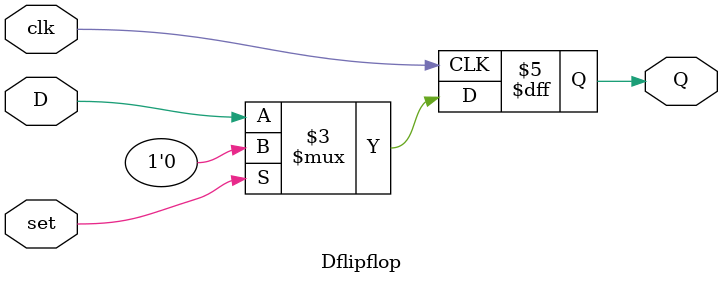
<source format=v>
module  Dflipflop(input D, input clk, input set, output reg Q);

  always @(posedge clk) begin
    if (set)
      Q <= 1'b0;
    else
      Q <= D;
  end

endmodule
</source>
